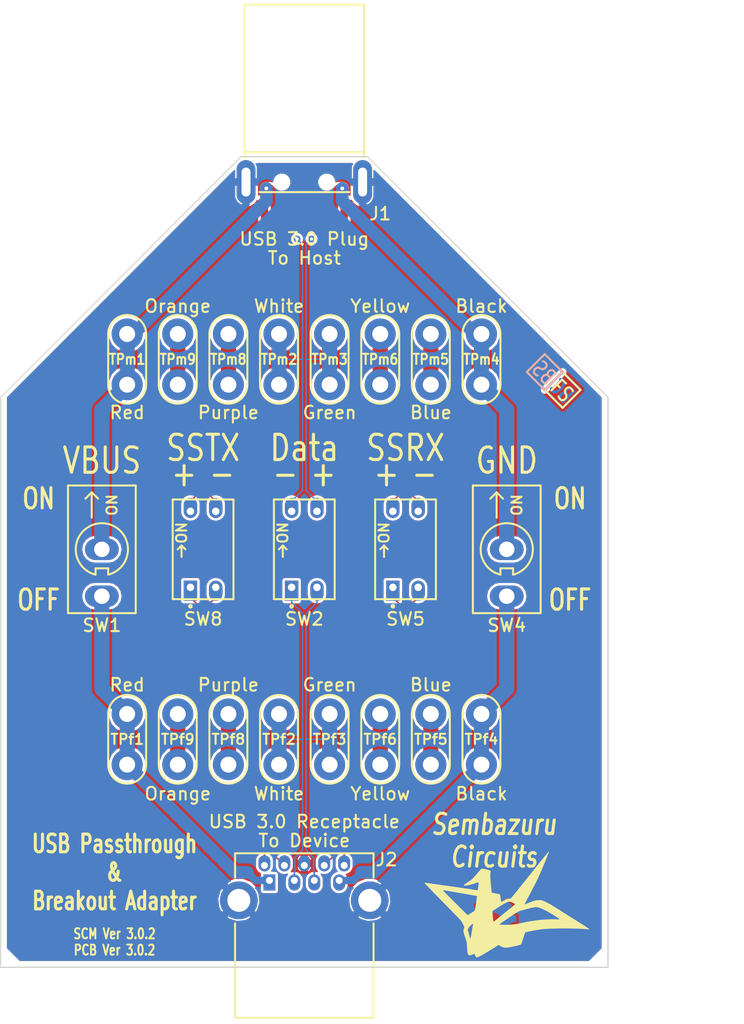
<source format=kicad_pcb>
(kicad_pcb (version 20171130) (host pcbnew "(5.0.0-rc2-dev-179-gab3780148)")
  (title_block (title "USB Cable Breakout Tester") (date 2018-03-17) (rev 3.0.2) (company "Sembazuru Circuits") (comment 1 "3.0.1 - Re-routed using new PcbNew Differential Pair routing.") (comment 2 "3.0.2 - Update for KiCAD v5 & StepUp"))
  (layers (0 Component signal) (31 Solder signal) (35 F.Paste user) (37 F.SilkS user) (38 B.Mask user) (39 F.Mask user) (44 Edge.Cuts user))
  (net 0 "")
  (net 1 /Shield)
  (net 2 /SSDrain)
  (net 3 /mVBUS)
  (net 4 /mD-)
  (net 5 /mD+)
  (net 6 /mGND)
  (net 7 /mSSRX-)
  (net 8 /mSSRX+)
  (net 9 /mSSTX-)
  (net 10 /mSSTX+)
  (net 11 /fVBUS)
  (net 12 /fD-)
  (net 13 /fD+)
  (net 14 /fGND)
  (net 15 /fSSRX-)
  (net 16 /fSSRX+)
  (net 17 /fSSTX-)
  (net 18 /fSSTX+)
  (module logos:OSHW_04mm_copper_noMask (layer Solder) (at 151.13 147.32 180)
    (fp_text reference G*** hide)
    (fp_text value LOGO hide)
    (fp_poly (pts (xy -1.34874 -1.99898) (xy -1.32588 -1.98628) (xy -1.27254 -1.95326) (xy -1.19888 -1.905) (xy -1.10998 -1.84658) (xy -1.02362 -1.78562) (xy -0.94996 -1.73736) (xy -0.89916 -1.70434) (xy -0.87884 -1.69418) (xy -0.86614 -1.69672) (xy -0.8255 -1.71704) (xy -0.76454 -1.75006) (xy -0.72898 -1.76784) (xy -0.6731 -1.7907) (xy -0.64516 -1.79578) (xy -0.64008 -1.78816) (xy -0.61976 -1.74752) (xy -0.58928 -1.67386) (xy -0.5461 -1.57734) (xy -0.49784 -1.46304) (xy -0.44704 -1.34112) (xy -0.3937 -1.2192) (xy -0.34544 -1.09982) (xy -0.30226 -0.99314) (xy -0.2667 -0.90678) (xy -0.24384 -0.84582) (xy -0.23622 -0.82042) (xy -0.23876 -0.81534) (xy -0.2667 -0.7874) (xy -0.31496 -0.75184) (xy -0.4191 -0.66548) (xy -0.52324 -0.53594) (xy -0.58674 -0.38862) (xy -0.6096 -0.22352) (xy -0.59182 -0.07366) (xy -0.53086 0.07112) (xy -0.42926 0.2032) (xy -0.3048 0.29972) (xy -0.16256 0.36322) (xy 0 0.38354) (xy 0.15494 0.36576) (xy 0.30226 0.30734) (xy 0.43434 0.20574) (xy 0.49022 0.14224) (xy 0.56642 0.01016) (xy 0.6096 -0.13208) (xy 0.61468 -0.16764) (xy 0.60706 -0.32512) (xy 0.56134 -0.47498) (xy 0.48006 -0.60706) (xy 0.36576 -0.71882) (xy 0.35052 -0.72898) (xy 0.29718 -0.76708) (xy 0.26162 -0.79502) (xy 0.23368 -0.81788) (xy 0.4318 -1.29794) (xy 0.46482 -1.37414) (xy 0.51816 -1.50368) (xy 0.56642 -1.61798) (xy 0.60706 -1.70688) (xy 0.63246 -1.76784) (xy 0.64516 -1.7907) (xy 0.64516 -1.79324) (xy 0.66294 -1.79578) (xy 0.6985 -1.78308) (xy 0.76708 -1.75006) (xy 0.81026 -1.7272) (xy 0.86106 -1.7018) (xy 0.88392 -1.69418) (xy 0.90424 -1.70434) (xy 0.9525 -1.73482) (xy 1.02362 -1.78308) (xy 1.10998 -1.8415) (xy 1.19126 -1.89738) (xy 1.26492 -1.94564) (xy 1.3208 -1.9812) (xy 1.3462 -1.99644) (xy 1.35128 -1.99644) (xy 1.37414 -1.98374) (xy 1.41732 -1.94564) (xy 1.48336 -1.88468) (xy 1.5748 -1.79324) (xy 1.59004 -1.78054) (xy 1.66624 -1.7018) (xy 1.7272 -1.6383) (xy 1.76784 -1.59258) (xy 1.78308 -1.56972) (xy 1.77038 -1.54432) (xy 1.73482 -1.49098) (xy 1.68656 -1.41478) (xy 1.6256 -1.32588) (xy 1.46558 -1.09474) (xy 1.55448 -0.8763) (xy 1.57988 -0.81026) (xy 1.61544 -0.72898) (xy 1.64084 -0.6731) (xy 1.65354 -0.6477) (xy 1.6764 -0.63754) (xy 1.73482 -0.62484) (xy 1.82118 -0.60706) (xy 1.92532 -0.58674) (xy 2.02438 -0.56896) (xy 2.11074 -0.55118) (xy 2.17678 -0.53848) (xy 2.20472 -0.5334) (xy 2.21234 -0.53086) (xy 2.21742 -0.51562) (xy 2.21996 -0.48514) (xy 2.2225 -0.4318) (xy 2.22504 -0.34798) (xy 2.22504 -0.22352) (xy 2.22504 -0.21082) (xy 2.2225 -0.09398) (xy 2.2225 0) (xy 2.21742 0.05842) (xy 2.21488 0.08382) (xy 2.18694 0.0889) (xy 2.12344 0.10414) (xy 2.03454 0.11938) (xy 1.9304 0.1397) (xy 1.92278 0.14224) (xy 1.81864 0.16256) (xy 1.72974 0.18034) (xy 1.66878 0.19558) (xy 1.64084 0.2032) (xy 1.63576 0.21082) (xy 1.61544 0.25146) (xy 1.58496 0.3175) (xy 1.5494 0.39624) (xy 1.51638 0.48006) (xy 1.4859 0.55372) (xy 1.46558 0.6096) (xy 1.4605 0.635) (xy 1.47574 0.6604) (xy 1.5113 0.71374) (xy 1.5621 0.78994) (xy 1.6256 0.87884) (xy 1.62814 0.88646) (xy 1.6891 0.97536) (xy 1.7399 1.05156) (xy 1.77038 1.1049) (xy 1.78308 1.12776) (xy 1.78308 1.1303) (xy 1.76276 1.1557) (xy 1.71704 1.2065) (xy 1.65354 1.27508) (xy 1.5748 1.35382) (xy 1.5494 1.37922) (xy 1.46304 1.46304) (xy 1.40462 1.51892) (xy 1.36652 1.54686) (xy 1.34874 1.55448) (xy 1.3208 1.5367) (xy 1.26492 1.50114) (xy 1.18872 1.4478) (xy 1.09728 1.38684) (xy 1.0922 1.3843) (xy 1.0033 1.32334) (xy 0.92964 1.27254) (xy 0.8763 1.23698) (xy 0.85344 1.22428) (xy 0.84836 1.22428) (xy 0.8128 1.23444) (xy 0.7493 1.2573) (xy 0.6731 1.28778) (xy 0.58928 1.3208) (xy 0.51562 1.35128) (xy 0.45974 1.37668) (xy 0.4318 1.39192) (xy 0.4318 1.39446) (xy 0.42164 1.42494) (xy 0.4064 1.49098) (xy 0.38862 1.58242) (xy 0.3683 1.69164) (xy 0.36322 1.70942) (xy 0.3429 1.8161) (xy 0.32766 1.90246) (xy 0.31496 1.96342) (xy 0.30734 1.98882) (xy 0.2921 1.99136) (xy 0.2413 1.99644) (xy 0.16256 1.99898) (xy 0.06604 1.99898) (xy -0.03302 1.99898) (xy -0.13208 1.99644) (xy -0.2159 1.9939) (xy -0.27432 1.98882) (xy -0.29972 1.98374) (xy -0.30226 1.98374) (xy -0.30988 1.95072) (xy -0.32512 1.88468) (xy -0.3429 1.7907) (xy -0.36576 1.68148) (xy -0.3683 1.6637) (xy -0.38862 1.55702) (xy -0.4064 1.47066) (xy -0.4191 1.4097) (xy -0.42672 1.38684) (xy -0.43434 1.38176) (xy -0.48006 1.36398) (xy -0.55118 1.3335) (xy -0.63754 1.29794) (xy -0.84074 1.21666) (xy -1.0922 1.38684) (xy -1.11506 1.40208) (xy -1.20396 1.46304) (xy -1.27762 1.51384) (xy -1.32842 1.54686) (xy -1.35128 1.55702) (xy -1.37668 1.53416) (xy -1.42748 1.48844) (xy -1.49352 1.4224) (xy -1.57226 1.34366) (xy -1.63068 1.28778) (xy -1.69926 1.21666) (xy -1.74498 1.1684) (xy -1.76784 1.13792) (xy -1.77546 1.12014) (xy -1.77292 1.10744) (xy -1.75768 1.08204) (xy -1.72212 1.0287) (xy -1.66878 0.9525) (xy -1.60782 0.8636) (xy -1.55956 0.78994) (xy -1.50368 0.70612) (xy -1.46812 0.64516) (xy -1.45796 0.61722) (xy -1.4605 0.60452) (xy -1.47828 0.55626) (xy -1.50622 0.4826) (xy -1.54432 0.3937) (xy -1.63068 0.19558) (xy -1.76022 0.17018) (xy -1.83896 0.15748) (xy -1.95072 0.13462) (xy -2.05486 0.1143) (xy -2.21996 0.08382) (xy -2.22504 -0.51816) (xy -2.19964 -0.52832) (xy -2.17424 -0.53594) (xy -2.11328 -0.54864) (xy -2.02692 -0.56642) (xy -1.92532 -0.58674) (xy -1.83896 -0.60198) (xy -1.75006 -0.61976) (xy -1.68656 -0.63246) (xy -1.65862 -0.63754) (xy -1.651 -0.6477) (xy -1.63068 -0.68834) (xy -1.59766 -0.75692) (xy -1.56464 -0.8382) (xy -1.52908 -0.92202) (xy -1.4986 -1.00076) (xy -1.47574 -1.05918) (xy -1.46812 -1.0922) (xy -1.48082 -1.11506) (xy -1.51384 -1.16586) (xy -1.5621 -1.23952) (xy -1.62052 -1.32588) (xy -1.68148 -1.41478) (xy -1.73228 -1.48844) (xy -1.7653 -1.54178) (xy -1.78054 -1.56718) (xy -1.77292 -1.58496) (xy -1.7399 -1.6256) (xy -1.67386 -1.69418) (xy -1.5748 -1.7907) (xy -1.55956 -1.80594) (xy -1.48082 -1.88214) (xy -1.41478 -1.9431) (xy -1.36906 -1.98374) (xy -1.34874 -1.99898)) (layer Solder) (width 0.00254))
  )
  (module ipc-7251TH-non-standard:SW_Jameco2135478U (layer Component) (at 152.4 110.49 270)
    (fp_text reference SW4 (at 7.62 0) (layer F.SilkS) (effects (font (size 1.27 1.27) (thickness 0.2032))))
    (fp_text value SPST hide)
    (fp_text user ON (at -4.445 -1.016 270) (layer F.SilkS) (effects (font (size 1.016 1.016) (thickness 0.2032))))
    (pad 3 thru_hole oval (at 4.7 0 270) (size 2.15 3.4) (drill 1.55) (layers *.Cu *.Mask) (net 14 /fGND))
    (pad 2 thru_hole oval (at 0 0 270) (size 2.15 3.4) (drill 1.55) (layers *.Cu *.Mask) (net 6 /mGND))
  )
  (module ipc-7251TH-non-standard:SW_Jameco2135478U (layer Component) (at 111.76 110.49 270)
    (fp_text reference SW1 (at 7.62 0) (layer F.SilkS) (effects (font (size 1.27 1.27) (thickness 0.2032))))
    (fp_text value SPST hide)
    (fp_text user ON (at -4.445 -1.016 270) (layer F.SilkS) (effects (font (size 1.016 1.016) (thickness 0.2032))))
    (pad 3 thru_hole oval (at 4.7 0 270) (size 2.15 3.4) (drill 1.55) (layers *.Cu *.Mask) (net 11 /fVBUS))
    (pad 2 thru_hole oval (at 0 0 270) (size 2.15 3.4) (drill 1.55) (layers *.Cu *.Mask) (net 3 /mVBUS))
  )
  (module ipc-7251TH-connectors:Amphenol_GSB311131HR (layer Component) (at 132.08 152.4 270)
    (fp_text reference J2 (at -10.795 -8.255) (layer F.SilkS) (effects (font (size 1.27 1.27) (thickness 0.2032))))
    (fp_text value "USB 3.0 Receptacle" (at -14.605 0) (layer F.SilkS) (effects (font (size 1.27 1.27) (thickness 0.2032))))
    (pad 0 thru_hole circle (at -6.71 6.57 270) (size 3.8 3.8) (drill 2.3) (layers *.Cu *.Mask) (net 1 /Shield) (clearance 0.127))
    (pad 0 thru_hole circle (at -6.71 -6.57 270) (size 3.8 3.8) (drill 2.3) (layers *.Cu *.Mask) (net 1 /Shield) (clearance 0.127))
    (pad 9 thru_hole oval (at -10.21 4 90) (size 1.62 1.2) (drill 0.7 (offset 0.21 0)) (layers *.Cu *.Mask) (net 18 /fSSTX+) (clearance 0.254))
    (pad 8 thru_hole oval (at -10.21 2 90) (size 1.62 1.2) (drill 0.7 (offset 0.21 0)) (layers *.Cu *.Mask) (net 17 /fSSTX-) (clearance 0.254))
    (pad 7 thru_hole oval (at -10.21 0 90) (size 1.62 1.2) (drill 0.7 (offset 0.21 0)) (layers *.Cu *.Mask) (net 2 /SSDrain) (clearance 0.254))
    (pad 6 thru_hole oval (at -10.21 -2 90) (size 1.62 1.2) (drill 0.7 (offset 0.21 0)) (layers *.Cu *.Mask) (net 16 /fSSRX+) (clearance 0.254))
    (pad 5 thru_hole oval (at -10.21 -4 90) (size 1.62 1.2) (drill 0.7 (offset 0.21 0)) (layers *.Cu *.Mask) (net 15 /fSSRX-) (clearance 0.254))
    (pad 4 thru_hole oval (at -8.71 -3.5 270) (size 1.62 1.2) (drill 0.7 (offset 0.21 0)) (layers *.Cu *.Mask) (net 14 /fGND) (clearance 0.254))
    (pad 3 thru_hole oval (at -8.71 -1 270) (size 1.62 1.2) (drill 0.7 (offset 0.21 0)) (layers *.Cu *.Mask) (net 13 /fD+) (clearance 0.254))
    (pad 2 thru_hole oval (at -8.71 1 270) (size 1.62 1.2) (drill 0.7 (offset 0.21 0)) (layers *.Cu *.Mask) (net 12 /fD-) (clearance 0.254))
    (pad 1 thru_hole rect (at -8.71 3.5 270) (size 1.62 1.2) (drill 0.7 (offset 0.21 0)) (layers *.Cu *.Mask) (net 11 /fVBUS) (clearance 0.254))
  )
  (module ipc-7251TH-connectors:Amphenol_GSB316441CEU (layer Component) (at 132.08 71.12 90)
    (fp_text reference J1 (at -5.715 7.62 180) (layer F.SilkS) (effects (font (size 1.27 1.27) (thickness 0.2032))))
    (fp_text value "USB 3.0 Plug" (at -8.255 0 180) (layer F.SilkS) (effects (font (size 1.27 1.27) (thickness 0.2032))))
    (pad 0 thru_hole oval (at -2.54 5.85 90) (size 4.4 1.9) (drill oval 2.9 0.9) (layers *.Cu *.Mask) (net 1 /Shield) (clearance 0.127))
    (pad 0 thru_hole oval (at -2.54 -5.85 90) (size 4.4 1.9) (drill oval 2.9 0.9) (layers *.Cu *.Mask) (net 1 /Shield) (clearance 0.127))
    (pad "" np_thru_hole circle (at -2.55 2.25 90) (size 1.2 1.2) (drill 1.2) (layers *.Cu *.Mask))
    (pad "" np_thru_hole circle (at -2.55 -2.25 90) (size 1.2 1.2) (drill 1.2) (layers *.Cu *.Mask))
    (pad 9 smd roundrect (at -5.39 -4 90) (size 2.78 0.74) (layers Component F.Paste F.Mask) (net 10 /mSSTX+) (clearance 0.254))
    (pad 8 smd roundrect (at -5.39 -2 90) (size 2.78 0.74) (layers Component F.Paste F.Mask) (net 9 /mSSTX-) (clearance 0.254))
    (pad 7 smd roundrect (at -5.39 0 90) (size 2.78 0.74) (layers Component F.Paste F.Mask) (net 2 /SSDrain) (clearance 0.254))
    (pad 6 smd roundrect (at -5.39 2 90) (size 2.78 0.74) (layers Component F.Paste F.Mask) (net 8 /mSSRX+) (clearance 0.254))
    (pad 5 smd roundrect (at -5.39 4 90) (size 2.78 0.74) (layers Component F.Paste F.Mask) (net 7 /mSSRX-) (clearance 0.254))
    (pad 4 smd roundrect (at -5.39 3 90) (size 2.78 0.74) (layers Component F.Paste F.Mask) (net 6 /mGND) (clearance 0.254))
    (pad 3 smd roundrect (at -5.39 1 90) (size 2.78 0.74) (layers Component F.Paste F.Mask) (net 5 /mD+) (clearance 0.254))
    (pad 2 smd roundrect (at -5.39 -1 90) (size 2.78 0.74) (layers Component F.Paste F.Mask) (net 4 /mD-) (clearance 0.254))
    (pad 1 smd rect (at -5.39 -3 90) (size 2.78 0.74) (layers Component F.Paste F.Mask) (net 3 /mVBUS) (clearance 0.254))
  )
  (module ipc-7251TH-standard:DIPSW762W57P254L608H570Q4U (layer Component) (at 130.81 114.3 90)
    (fp_text reference SW2 (at -3.175 1.27 180) (layer F.SilkS) (effects (font (size 1.27 1.27) (thickness 0.2032))))
    (fp_text value 2xSPST hide)
    (fp_text user ON (at 5.461 -0.889 90) (layer F.SilkS) (effects (font (size 1.016 1.016) (thickness 0.2032))))
    (pad 4 thru_hole oval (at 7.62 0 270) (size 2.025 1.35) (drill 0.75 (offset -0.3375 0)) (layers *.Cu *.Mask) (net 4 /mD-))
    (pad 3 thru_hole oval (at 7.62 2.54 270) (size 2.025 1.35) (drill 0.75 (offset -0.3375 0)) (layers *.Cu *.Mask) (net 5 /mD+))
    (pad 2 thru_hole oval (at 0 2.54 90) (size 2.025 1.35) (drill 0.75 (offset -0.3375 0)) (layers *.Cu *.Mask) (net 13 /fD+))
    (pad 1 thru_hole rect (at 0 0 90) (size 2.025 1.35) (drill 0.75 (offset -0.3375 0)) (layers *.Cu *.Mask) (net 12 /fD-))
  )
  (module ipc-7251TH-standard:DIPSW762W57P254L608H570Q4U (layer Component) (at 140.97 114.3 90)
    (fp_text reference SW5 (at -3.175 1.27 180) (layer F.SilkS) (effects (font (size 1.27 1.27) (thickness 0.2032))))
    (fp_text value 2xSPST hide)
    (fp_text user ON (at 5.461 -0.889 90) (layer F.SilkS) (effects (font (size 1.016 1.016) (thickness 0.2032))))
    (pad 4 thru_hole oval (at 7.62 0 270) (size 2.025 1.35) (drill 0.75 (offset -0.3375 0)) (layers *.Cu *.Mask) (net 8 /mSSRX+))
    (pad 3 thru_hole oval (at 7.62 2.54 270) (size 2.025 1.35) (drill 0.75 (offset -0.3375 0)) (layers *.Cu *.Mask) (net 7 /mSSRX-))
    (pad 2 thru_hole oval (at 0 2.54 90) (size 2.025 1.35) (drill 0.75 (offset -0.3375 0)) (layers *.Cu *.Mask) (net 15 /fSSRX-))
    (pad 1 thru_hole rect (at 0 0 90) (size 2.025 1.35) (drill 0.75 (offset -0.3375 0)) (layers *.Cu *.Mask) (net 16 /fSSRX+))
  )
  (module ipc-7251TH-standard:DIPSW762W57P254L608H570Q4U (layer Component) (at 120.65 114.3 90)
    (fp_text reference SW8 (at -3.175 1.27 180) (layer F.SilkS) (effects (font (size 1.27 1.27) (thickness 0.2032))))
    (fp_text value 2xSPST hide)
    (fp_text user ON (at 5.461 -0.889 90) (layer F.SilkS) (effects (font (size 1.016 1.016) (thickness 0.2032))))
    (pad 4 thru_hole oval (at 7.62 0 270) (size 2.025 1.35) (drill 0.75 (offset -0.3375 0)) (layers *.Cu *.Mask) (net 10 /mSSTX+))
    (pad 3 thru_hole oval (at 7.62 2.54 270) (size 2.025 1.35) (drill 0.75 (offset -0.3375 0)) (layers *.Cu *.Mask) (net 9 /mSSTX-))
    (pad 2 thru_hole oval (at 0 2.54 90) (size 2.025 1.35) (drill 0.75 (offset -0.3375 0)) (layers *.Cu *.Mask) (net 17 /fSSTX-))
    (pad 1 thru_hole rect (at 0 0 90) (size 2.025 1.35) (drill 0.75 (offset -0.3375 0)) (layers *.Cu *.Mask) (net 18 /fSSTX+))
  )
  (module Logos:crane_0.65in_silkscreen (layer Component) (at 152.4 146.05)
    (fp_text reference G*** hide)
    (fp_text value LOGO hide)
  )
  (module "Misc Unsorted New:LayerIcon02" (layer Component) (at 156.21 92.71 315)
    (fp_text reference LayerIcon02 hide)
    (fp_text value VAL** hide)
    (fp_text user FC (at 0 0.127 315) (layer Component) (effects (font (size 1.524 1.143) (thickness 0.254))))
    (fp_line (start -1.27 -1.27) (end 1.27 -1.27) (layer Component) (width 0.254))
    (fp_line (start 1.27 -1.27) (end 1.27 1.27) (layer Component) (width 0.254))
    (fp_line (start 1.27 1.27) (end -1.27 1.27) (layer Component) (width 0.254))
    (fp_line (start -1.27 1.27) (end -1.27 -1.27) (layer Component) (width 0.254))
    (fp_text user BC (at 2.54 0.127 315) (layer Solder) (effects (font (size 1.524 1.143) (thickness 0.254)) (justify mirror)))
    (fp_line (start 1.27 -1.27) (end 3.81 -1.27) (layer Solder) (width 0.254))
    (fp_line (start 3.81 -1.27) (end 3.81 1.27) (layer Solder) (width 0.254))
    (fp_line (start 3.81 1.27) (end 1.27 1.27) (layer Solder) (width 0.254))
    (fp_line (start 1.27 1.27) (end 1.27 -1.27) (layer Solder) (width 0.254))
    (fp_text user FS (at 2.54 0.127 315) (layer F.SilkS) (effects (font (size 1.524 1.143) (thickness 0.2032))))
    (fp_text user BS (at 0 0.127 315) (layer B.SilkS) (effects (font (size 1.524 1.143) (thickness 0.2032)) (justify mirror)))
  )
  (module CDE_misc:TESTPOINT (layer Component) (at 114.3 129.54 90)
    (fp_text reference TPf1 (at 0 0 180) (layer F.SilkS) (effects (font (size 1.016 1.016) (thickness 0.2032))))
    (fp_text value Red (at 5.461 0 180) (layer F.SilkS) (effects (font (size 1.27 1.27) (thickness 0.2032))))
    (pad 1 thru_hole circle (at 2.54 0 90) (size 3.1242 3.1242) (drill 1.6002) (layers *.Cu *.Mask) (net 11 /fVBUS))
    (pad 1 thru_hole circle (at -2.54 0 90) (size 3.1242 3.1242) (drill 1.6002) (layers *.Cu *.Mask) (net 11 /fVBUS))
  )
  (module CDE_misc:TESTPOINT (layer Component) (at 129.54 129.54 90)
    (fp_text reference TPf2 (at 0 0 180) (layer F.SilkS) (effects (font (size 1.016 1.016) (thickness 0.2032))))
    (fp_text value White (at -5.461 0) (layer F.SilkS) (effects (font (size 1.27 1.27) (thickness 0.2032))))
    (pad 1 thru_hole circle (at -2.54 0 90) (size 3.1242 3.1242) (drill 1.6002) (layers *.Cu *.Mask) (net 12 /fD-))
    (pad 1 thru_hole circle (at 2.54 0 90) (size 3.1242 3.1242) (drill 1.6002) (layers *.Cu *.Mask) (net 12 /fD-))
  )
  (module CDE_misc:TESTPOINT (layer Component) (at 134.62 129.54 90)
    (fp_text reference TPf3 (at 0 0 180) (layer F.SilkS) (effects (font (size 1.016 1.016) (thickness 0.2032))))
    (fp_text value Green (at 5.461 0 180) (layer F.SilkS) (effects (font (size 1.27 1.27) (thickness 0.2032))))
    (pad 1 thru_hole circle (at 2.54 0 90) (size 3.1242 3.1242) (drill 1.6002) (layers *.Cu *.Mask) (net 13 /fD+))
    (pad 1 thru_hole circle (at -2.54 0 90) (size 3.1242 3.1242) (drill 1.6002) (layers *.Cu *.Mask) (net 13 /fD+))
  )
  (module CDE_misc:TESTPOINT (layer Component) (at 149.86 129.54 90)
    (fp_text reference TPf4 (at 0 0 180) (layer F.SilkS) (effects (font (size 1.016 1.016) (thickness 0.2032))))
    (fp_text value Black (at -5.461 0 180) (layer F.SilkS) (effects (font (size 1.27 1.27) (thickness 0.2032))))
    (pad 1 thru_hole circle (at -2.54 0 90) (size 3.1242 3.1242) (drill 1.6002) (layers *.Cu *.Mask) (net 14 /fGND))
    (pad 1 thru_hole circle (at 2.54 0 90) (size 3.1242 3.1242) (drill 1.6002) (layers *.Cu *.Mask) (net 14 /fGND))
  )
  (module CDE_misc:TESTPOINT (layer Component) (at 144.78 129.54 90)
    (fp_text reference TPf5 (at 0 0 180) (layer F.SilkS) (effects (font (size 1.016 1.016) (thickness 0.2032))))
    (fp_text value Blue (at 5.461 0 180) (layer F.SilkS) (effects (font (size 1.27 1.27) (thickness 0.2032))))
    (pad 1 thru_hole circle (at 2.54 0 90) (size 3.1242 3.1242) (drill 1.6002) (layers *.Cu *.Mask) (net 15 /fSSRX-))
    (pad 1 thru_hole circle (at -2.54 0 90) (size 3.1242 3.1242) (drill 1.6002) (layers *.Cu *.Mask) (net 15 /fSSRX-))
  )
  (module CDE_misc:TESTPOINT (layer Component) (at 139.7 129.54 90)
    (fp_text reference TPf6 (at 0 0 180) (layer F.SilkS) (effects (font (size 1.016 1.016) (thickness 0.2032))))
    (fp_text value Yellow (at -5.461 0 180) (layer F.SilkS) (effects (font (size 1.27 1.27) (thickness 0.2032))))
    (pad 1 thru_hole circle (at -2.54 0 90) (size 3.1242 3.1242) (drill 1.6002) (layers *.Cu *.Mask) (net 16 /fSSRX+))
    (pad 1 thru_hole circle (at 2.54 0 90) (size 3.1242 3.1242) (drill 1.6002) (layers *.Cu *.Mask) (net 16 /fSSRX+))
  )
  (module CDE_misc:TESTPOINT (layer Component) (at 124.46 129.54 90)
    (fp_text reference TPf8 (at 0 0 180) (layer F.SilkS) (effects (font (size 1.016 1.016) (thickness 0.2032))))
    (fp_text value Purple (at 5.461 0 180) (layer F.SilkS) (effects (font (size 1.27 1.27) (thickness 0.2032))))
    (pad 1 thru_hole circle (at 2.54 0 90) (size 3.1242 3.1242) (drill 1.6002) (layers *.Cu *.Mask) (net 17 /fSSTX-))
    (pad 1 thru_hole circle (at -2.54 0 90) (size 3.1242 3.1242) (drill 1.6002) (layers *.Cu *.Mask) (net 17 /fSSTX-))
  )
  (module CDE_misc:TESTPOINT (layer Component) (at 119.38 129.54 90)
    (fp_text reference TPf9 (at 0 0 180) (layer F.SilkS) (effects (font (size 1.016 1.016) (thickness 0.2032))))
    (fp_text value Orange (at -5.461 0 180) (layer F.SilkS) (effects (font (size 1.27 1.27) (thickness 0.2032))))
    (pad 1 thru_hole circle (at -2.54 0 90) (size 3.1242 3.1242) (drill 1.6002) (layers *.Cu *.Mask) (net 18 /fSSTX+))
    (pad 1 thru_hole circle (at 2.54 0 90) (size 3.1242 3.1242) (drill 1.6002) (layers *.Cu *.Mask) (net 18 /fSSTX+))
  )
  (module CDE_misc:TESTPOINT (layer Component) (at 114.3 91.44 90)
    (fp_text reference TPm1 (at 0 0 180) (layer F.SilkS) (effects (font (size 1.016 0.889) (thickness 0.2032))))
    (fp_text value Red (at -5.334 0 180) (layer F.SilkS) (effects (font (size 1.27 1.27) (thickness 0.2032))))
    (pad 1 thru_hole circle (at 2.54 0 90) (size 3.1242 3.1242) (drill 1.6002) (layers *.Cu *.Mask) (net 3 /mVBUS))
    (pad 1 thru_hole circle (at -2.54 0 90) (size 3.1242 3.1242) (drill 1.6002) (layers *.Cu *.Mask) (net 3 /mVBUS))
  )
  (module CDE_misc:TESTPOINT (layer Component) (at 129.54 91.44 90)
    (fp_text reference TPm2 (at 0 0 180) (layer F.SilkS) (effects (font (size 1.016 0.889) (thickness 0.2032))))
    (fp_text value White (at 5.334 0) (layer F.SilkS) (effects (font (size 1.27 1.27) (thickness 0.2032))))
    (pad 1 thru_hole circle (at 2.54 0 90) (size 3.1242 3.1242) (drill 1.6002) (layers *.Cu *.Mask) (net 4 /mD-))
    (pad 1 thru_hole circle (at -2.54 0 90) (size 3.1242 3.1242) (drill 1.6002) (layers *.Cu *.Mask) (net 4 /mD-))
  )
  (module CDE_misc:TESTPOINT (layer Component) (at 134.62 91.44 90)
    (fp_text reference TPm3 (at 0 0 180) (layer F.SilkS) (effects (font (size 1.016 0.889) (thickness 0.2032))))
    (fp_text value Green (at -5.334 0 180) (layer F.SilkS) (effects (font (size 1.27 1.27) (thickness 0.2032))))
    (pad 1 thru_hole circle (at -2.54 0 90) (size 3.1242 3.1242) (drill 1.6002) (layers *.Cu *.Mask) (net 5 /mD+))
    (pad 1 thru_hole circle (at 2.54 0 90) (size 3.1242 3.1242) (drill 1.6002) (layers *.Cu *.Mask) (net 5 /mD+))
  )
  (module CDE_misc:TESTPOINT (layer Component) (at 149.86 91.44 90)
    (fp_text reference TPm4 (at 0 0 180) (layer F.SilkS) (effects (font (size 1.016 0.889) (thickness 0.2032))))
    (fp_text value Black (at 5.334 0 180) (layer F.SilkS) (effects (font (size 1.27 1.27) (thickness 0.2032))))
    (pad 1 thru_hole circle (at 2.54 0 90) (size 3.1242 3.1242) (drill 1.6002) (layers *.Cu *.Mask) (net 6 /mGND))
    (pad 1 thru_hole circle (at -2.54 0 90) (size 3.1242 3.1242) (drill 1.6002) (layers *.Cu *.Mask) (net 6 /mGND))
  )
  (module CDE_misc:TESTPOINT (layer Component) (at 144.78 91.44 90)
    (fp_text reference TPm5 (at 0 0 180) (layer F.SilkS) (effects (font (size 1.016 0.889) (thickness 0.2032))))
    (fp_text value Blue (at -5.334 0 180) (layer F.SilkS) (effects (font (size 1.27 1.27) (thickness 0.2032))))
    (pad 1 thru_hole circle (at 2.54 0 90) (size 3.1242 3.1242) (drill 1.6002) (layers *.Cu *.Mask) (net 7 /mSSRX-))
    (pad 1 thru_hole circle (at -2.54 0 90) (size 3.1242 3.1242) (drill 1.6002) (layers *.Cu *.Mask) (net 7 /mSSRX-))
  )
  (module CDE_misc:TESTPOINT (layer Component) (at 139.7 91.44 90)
    (fp_text reference TPm6 (at 0 0 180) (layer F.SilkS) (effects (font (size 1.016 0.889) (thickness 0.2032))))
    (fp_text value Yellow (at 5.334 0 180) (layer F.SilkS) (effects (font (size 1.27 1.27) (thickness 0.2032))))
    (pad 1 thru_hole circle (at -2.54 0 90) (size 3.1242 3.1242) (drill 1.6002) (layers *.Cu *.Mask) (net 8 /mSSRX+))
    (pad 1 thru_hole circle (at 2.54 0 90) (size 3.1242 3.1242) (drill 1.6002) (layers *.Cu *.Mask) (net 8 /mSSRX+))
  )
  (module CDE_misc:TESTPOINT (layer Component) (at 124.46 91.44 90)
    (fp_text reference TPm8 (at 0 0 180) (layer F.SilkS) (effects (font (size 1.016 0.889) (thickness 0.2032))))
    (fp_text value Purple (at -5.334 0 180) (layer F.SilkS) (effects (font (size 1.27 1.27) (thickness 0.2032))))
    (pad 1 thru_hole circle (at -2.54 0 90) (size 3.1242 3.1242) (drill 1.6002) (layers *.Cu *.Mask) (net 9 /mSSTX-))
    (pad 1 thru_hole circle (at 2.54 0 90) (size 3.1242 3.1242) (drill 1.6002) (layers *.Cu *.Mask) (net 9 /mSSTX-))
  )
  (module CDE_misc:TESTPOINT (layer Component) (at 119.38 91.44 90)
    (fp_text reference TPm9 (at 0 0 180) (layer F.SilkS) (effects (font (size 1.016 0.889) (thickness 0.2032))))
    (fp_text value Orange (at 5.334 0 180) (layer F.SilkS) (effects (font (size 1.27 1.27) (thickness 0.2032))))
    (pad 1 thru_hole circle (at -2.54 0 90) (size 3.1242 3.1242) (drill 1.6002) (layers *.Cu *.Mask) (net 10 /mSSTX+))
    (pad 1 thru_hole circle (at 2.54 0 90) (size 3.1242 3.1242) (drill 1.6002) (layers *.Cu *.Mask) (net 10 /mSSTX+))
  )
  (gr_text "To Host" (at 132.08 81.28) (layer F.SilkS) (effects (font (size 1.27 1.27) (thickness 0.2032))))
  (gr_text "To Device" (at 132.08 139.7) (layer F.SilkS) (effects (font (size 1.27 1.27) (thickness 0.2032))))
  (gr_line (start 101.6 152.4) (end 101.6 95.25) (angle 90) (layer Edge.Cuts) (width 0.127))
  (gr_line (start 162.56 152.4) (end 162.56 95.25) (angle 90) (layer Edge.Cuts) (width 0.127))
  (gr_text VBUS (at 111.76 101.6) (layer F.SilkS) (effects (font (size 2.54 2.032) (thickness 0.3048))))
  (gr_text Data (at 132.08 100.33) (layer F.SilkS) (effects (font (size 2.54 2.032) (thickness 0.3048))))
  (gr_text SSRX (at 142.24 100.33) (layer F.SilkS) (effects (font (size 2.54 2.032) (thickness 0.3048))))
  (gr_text GND (at 152.4 101.6) (layer F.SilkS) (effects (font (size 2.54 2.032) (thickness 0.3048))))
  (gr_text SSTX (at 121.92 100.33) (layer F.SilkS) (effects (font (size 2.54 2.032) (thickness 0.3048))))
  (gr_text + (at 120.015 102.87) (layer F.SilkS) (effects (font (size 2.54 2.032) (thickness 0.3048))))
  (gr_text - (at 123.825 102.87) (layer F.SilkS) (effects (font (size 2.54 2.032) (thickness 0.3048))))
  (gr_text - (at 130.175 102.87) (layer F.SilkS) (effects (font (size 2.54 2.032) (thickness 0.3048))))
  (gr_text - (at 144.145 102.87) (layer F.SilkS) (effects (font (size 2.54 2.032) (thickness 0.3048))))
  (gr_text + (at 133.985 102.87) (layer F.SilkS) (effects (font (size 2.54 2.032) (thickness 0.3048))))
  (gr_text + (at 140.335 102.87) (layer F.SilkS) (effects (font (size 2.54 2.032) (thickness 0.3048))))
  (gr_line (start 125.73 71.12) (end 138.43 71.12) (angle 90) (layer Edge.Cuts) (width 0.127))
  (gr_line (start 138.43 71.12) (end 162.56 95.25) (angle 90) (layer Edge.Cuts) (width 0.127))
  (gr_line (start 125.73 71.12) (end 101.6 95.25) (angle 90) (layer Edge.Cuts) (width 0.127))
  (gr_text "SCM Ver 3.0.2\nPCB Ver 3.0.2" (at 113.03 149.86) (layer F.SilkS) (effects (font (size 1.016 0.762) (thickness 0.1905))))
  (gr_text OFF (at 105.41 115.57) (layer F.SilkS) (effects (font (size 2.032 1.524) (thickness 0.3048))))
  (gr_text OFF (at 158.75 115.57) (layer F.SilkS) (effects (font (size 2.032 1.524) (thickness 0.3048))))
  (gr_text ON (at 105.41 105.41) (layer F.SilkS) (effects (font (size 2.032 1.524) (thickness 0.3048))))
  (gr_text ON (at 158.75 105.41) (layer F.SilkS) (effects (font (size 2.032 1.524) (thickness 0.3048))))
  (gr_text "USB Passthrough\n&\nBreakout Adapter" (at 113.03 142.875) (layer F.SilkS) (effects (font (size 1.778 1.27) (thickness 0.3048))))
  (gr_text "Sembazuru\nCircuits" (at 151.13 139.7) (layer F.SilkS) (effects (font (size 2.032 1.524) (thickness 0.3048) italic)))
  (gr_line (start 162.56 152.4) (end 101.6 152.4) (angle 90) (layer Edge.Cuts) (width 0.127))
  (segment (start 129.08 74.724) (end 128.651 74.295) (width 0.762) (layer Component) (net 3))
  (segment (start 129.08 75.105) (end 129.08 74.724) (width 0.762) (layer Component) (net 3))
  (segment (start 128.651 74.295) (end 128.27 74.295) (width 0.762) (layer Component) (net 3))
  (segment (start 111.76 110.49) (end 111.76 96.52) (width 1.524) (layer Solder) (net 3))
  (segment (start 111.76 96.52) (end 114.3 93.98) (width 1.524) (layer Solder) (net 3))
  (segment (start 114.3 88.9) (end 114.3 93.98) (width 1.524) (layer Solder) (net 3))
  (segment (start 114.935 88.9) (end 114.3 88.9) (width 1.524) (layer Solder) (net 3))
  (via (at 128.27 74.295) (size 0.7874) (drill 0.381) (layers Component Solder) (net 3))
  (segment (start 128.27 74.295) (end 128.27 75.565) (width 1.27) (layer Solder) (net 3))
  (segment (start 128.27 75.565) (end 114.935 88.9) (width 1.27) (layer Solder) (net 3))
  (segment (start 129.08 76.51) (end 129.08 75.105) (width 0.381) (layer Component) (net 3))
  (segment (start 129.54 91.44) (end 129.54 93.98) (width 1.524) (layer Solder) (net 4))
  (segment (start 129.54 88.9) (end 129.54 91.44) (width 1.524) (layer Solder) (net 4))
  (segment (start 131.9022 104.5753) (end 131.9022 91.44) (width 0.1524) (layer Solder) (net 4))
  (segment (start 131.9022 91.44) (end 131.9022 79.9211) (width 0.1524) (layer Solder) (net 4))
  (segment (start 129.54 91.44) (end 131.9022 91.44) (width 0.1524) (layer Solder) (net 4))
  (segment (start 131.08 76.51) (end 131.08 79.0989) (width 0.1524) (layer Component) (net 4))
  (segment (start 131.08 79.0989) (end 131.3561 79.375) (width 0.1524) (layer Component) (net 4))
  (segment (start 131.9022 79.9211) (end 131.3561 79.375) (width 0.1524) (layer Solder) (net 4))
  (segment (start 130.81 105.6675) (end 131.9022 104.5753) (width 0.1524) (layer Solder) (net 4))
  (segment (start 130.81 106.68) (end 130.81 105.6675) (width 0.1524) (layer Solder) (net 4))
  (via (at 131.3561 79.375) (size 0.6858) (drill 0.3302) (layers Component Solder) (net 4))
  (segment (start 134.62 91.44) (end 134.62 93.98) (width 1.524) (layer Solder) (net 5))
  (segment (start 134.62 88.9) (end 134.62 91.44) (width 1.524) (layer Solder) (net 5))
  (segment (start 132.2578 104.5753) (end 132.2578 91.44) (width 0.1524) (layer Solder) (net 5))
  (segment (start 132.2578 91.44) (end 132.2578 79.9211) (width 0.1524) (layer Solder) (net 5))
  (segment (start 134.62 91.44) (end 132.2578 91.44) (width 0.1524) (layer Solder) (net 5))
  (segment (start 133.08 76.51) (end 133.08 79.0989) (width 0.1524) (layer Component) (net 5))
  (segment (start 133.08 79.0989) (end 132.8039 79.375) (width 0.1524) (layer Component) (net 5))
  (segment (start 132.2578 79.9211) (end 132.8039 79.375) (width 0.1524) (layer Solder) (net 5))
  (via (at 132.8039 79.375) (size 0.6858) (drill 0.3302) (layers Component Solder) (net 5))
  (segment (start 133.35 106.68) (end 133.35 105.6675) (width 0.1524) (layer Solder) (net 5))
  (segment (start 133.35 105.6675) (end 132.2578 104.5753) (width 0.1524) (layer Solder) (net 5))
  (segment (start 135.08 74.724) (end 135.509 74.295) (width 0.762) (layer Component) (net 6))
  (segment (start 135.08 75.105) (end 135.08 74.724) (width 0.762) (layer Component) (net 6))
  (segment (start 135.509 74.295) (end 135.89 74.295) (width 0.762) (layer Component) (net 6))
  (segment (start 152.4 110.49) (end 152.4 96.52) (width 1.524) (layer Solder) (net 6))
  (segment (start 152.4 96.52) (end 149.86 93.98) (width 1.524) (layer Solder) (net 6))
  (segment (start 149.86 88.9) (end 149.86 93.98) (width 1.524) (layer Solder) (net 6))
  (segment (start 149.225 88.9) (end 149.86 88.9) (width 1.524) (layer Solder) (net 6))
  (via (at 135.89 74.295) (size 0.7874) (drill 0.381) (layers Component Solder) (net 6))
  (segment (start 135.89 74.295) (end 135.89 75.565) (width 1.27) (layer Solder) (net 6))
  (segment (start 135.89 75.565) (end 149.225 88.9) (width 1.27) (layer Solder) (net 6))
  (segment (start 135.08 76.51) (end 135.08 75.105) (width 0.381) (layer Component) (net 6))
  (segment (start 144.78 91.44) (end 144.78 93.98) (width 1.524) (layer Component) (net 7))
  (segment (start 144.78 88.9) (end 144.78 91.44) (width 1.524) (layer Component) (net 7))
  (segment (start 142.4178 86.921352) (end 142.4178 91.44) (width 0.1524) (layer Component) (net 7))
  (segment (start 135.2578 79.761352) (end 142.4178 86.921352) (width 0.1524) (layer Component) (net 7))
  (segment (start 135.2578 78.45082) (end 135.2578 79.761352) (width 0.1524) (layer Component) (net 7))
  (segment (start 135.78021 77.92841) (end 135.2578 78.45082) (width 0.1524) (layer Component) (net 7))
  (segment (start 136.08 76.51) (end 135.78021 76.80979) (width 0.1524) (layer Component) (net 7))
  (segment (start 135.78021 76.80979) (end 135.78021 77.92841) (width 0.1524) (layer Component) (net 7))
  (segment (start 142.4178 91.44) (end 142.4178 104.5753) (width 0.1524) (layer Component) (net 7))
  (segment (start 143.51 105.6675) (end 143.51 106.68) (width 0.1524) (layer Component) (net 7))
  (segment (start 142.4178 104.5753) (end 143.51 105.6675) (width 0.1524) (layer Component) (net 7))
  (segment (start 144.78 91.44) (end 142.4178 91.44) (width 0.1524) (layer Component) (net 7))
  (segment (start 139.7 91.44) (end 139.7 93.98) (width 1.524) (layer Component) (net 8))
  (segment (start 139.7 88.9) (end 139.7 91.44) (width 1.524) (layer Component) (net 8))
  (segment (start 142.0622 87.068648) (end 142.0622 91.44) (width 0.1524) (layer Component) (net 8))
  (segment (start 142.0622 91.44) (end 142.0622 104.5753) (width 0.1524) (layer Component) (net 8))
  (segment (start 139.7 91.44) (end 142.0622 91.44) (width 0.1524) (layer Component) (net 8))
  (segment (start 134.9022 79.908648) (end 142.0622 87.068648) (width 0.1524) (layer Component) (net 8))
  (segment (start 140.97 105.6675) (end 140.97 106.68) (width 0.1524) (layer Component) (net 8))
  (segment (start 142.0622 104.5753) (end 140.97 105.6675) (width 0.1524) (layer Component) (net 8))
  (segment (start 134.37979 76.80979) (end 134.37979 77.92841) (width 0.1524) (layer Component) (net 8))
  (segment (start 134.08 76.51) (end 134.37979 76.80979) (width 0.1524) (layer Component) (net 8))
  (segment (start 134.37979 77.92841) (end 134.9022 78.45082) (width 0.1524) (layer Component) (net 8))
  (segment (start 134.9022 78.45082) (end 134.9022 79.908648) (width 0.1524) (layer Component) (net 8))
  (segment (start 124.46 91.44) (end 124.46 93.98) (width 1.524) (layer Component) (net 9))
  (segment (start 124.46 88.9) (end 124.46 91.44) (width 1.524) (layer Component) (net 9))
  (segment (start 122.0978 86.941648) (end 122.0978 91.44) (width 0.1524) (layer Component) (net 9))
  (segment (start 122.0978 91.44) (end 122.0978 104.5753) (width 0.1524) (layer Component) (net 9))
  (segment (start 124.46 91.44) (end 122.0978 91.44) (width 0.1524) (layer Component) (net 9))
  (segment (start 122.0978 104.5753) (end 123.19 105.6675) (width 0.1524) (layer Component) (net 9))
  (segment (start 123.19 105.6675) (end 123.19 106.68) (width 0.1524) (layer Component) (net 9))
  (segment (start 129.2578 79.781648) (end 122.0978 86.941648) (width 0.1524) (layer Component) (net 9))
  (segment (start 129.2578 78.686562) (end 129.2578 79.781648) (width 0.1524) (layer Component) (net 9))
  (segment (start 129.780201 78.164161) (end 129.2578 78.686562) (width 0.1524) (layer Component) (net 9))
  (segment (start 130.08 76.51) (end 129.780201 76.809799) (width 0.1524) (layer Component) (net 9))
  (segment (start 129.780201 76.809799) (end 129.780201 78.164161) (width 0.1524) (layer Component) (net 9))
  (segment (start 119.38 91.44) (end 119.38 93.98) (width 1.524) (layer Component) (net 10))
  (segment (start 119.38 88.9) (end 119.38 91.44) (width 1.524) (layer Component) (net 10))
  (segment (start 121.7422 86.794352) (end 121.7422 91.44) (width 0.1524) (layer Component) (net 10))
  (segment (start 121.7422 91.44) (end 121.7422 104.5753) (width 0.1524) (layer Component) (net 10))
  (segment (start 119.38 91.44) (end 121.7422 91.44) (width 0.1524) (layer Component) (net 10))
  (segment (start 121.7422 104.5753) (end 120.65 105.6675) (width 0.1524) (layer Component) (net 10))
  (segment (start 120.65 105.6675) (end 120.65 106.68) (width 0.1524) (layer Component) (net 10))
  (segment (start 128.9022 79.634352) (end 121.7422 86.794352) (width 0.1524) (layer Component) (net 10))
  (segment (start 128.379799 76.809799) (end 128.379799 78.164161) (width 0.1524) (layer Component) (net 10))
  (segment (start 128.08 76.51) (end 128.379799 76.809799) (width 0.1524) (layer Component) (net 10))
  (segment (start 128.379799 78.164161) (end 128.9022 78.686562) (width 0.1524) (layer Component) (net 10))
  (segment (start 128.9022 78.686562) (end 128.9022 79.634352) (width 0.1524) (layer Component) (net 10))
  (segment (start 114.3 127) (end 111.76 124.46) (width 1.524) (layer Solder) (net 11))
  (segment (start 111.76 124.46) (end 111.76 115.189) (width 1.524) (layer Solder) (net 11))
  (segment (start 114.3 127) (end 114.3 132.08) (width 1.524) (layer Solder) (net 11))
  (segment (start 125.095 142.875) (end 126.365 142.875) (width 1.27) (layer Solder) (net 11))
  (segment (start 126.365 142.875) (end 127.18 143.69) (width 0.762) (layer Solder) (net 11))
  (segment (start 127.18 143.69) (end 128.58 143.69) (width 0.762) (layer Solder) (net 11))
  (segment (start 114.3 132.08) (end 125.095 142.875) (width 1.27) (layer Solder) (net 11))
  (segment (start 129.54 129.54) (end 129.54 127) (width 1.524) (layer Solder) (net 12))
  (segment (start 129.54 132.08) (end 129.54 129.54) (width 1.524) (layer Solder) (net 12))
  (segment (start 131.9022 116.910951) (end 131.9022 129.54) (width 0.1524) (layer Solder) (net 12))
  (segment (start 131.9022 129.54) (end 131.9022 140.632285) (width 0.1524) (layer Solder) (net 12))
  (segment (start 129.54 129.54) (end 131.9022 129.54) (width 0.1524) (layer Solder) (net 12))
  (segment (start 131.14979 142.81021) (end 131.08 142.88) (width 0.1524) (layer Solder) (net 12))
  (segment (start 131.14979 141.384695) (end 131.14979 142.81021) (width 0.1524) (layer Solder) (net 12))
  (segment (start 131.9022 140.632285) (end 131.14979 141.384695) (width 0.1524) (layer Solder) (net 12))
  (segment (start 130.81 114.3) (end 130.81 115.818751) (width 0.1524) (layer Solder) (net 12))
  (segment (start 130.81 115.818751) (end 131.9022 116.910951) (width 0.1524) (layer Solder) (net 12))
  (segment (start 131.08 142.88) (end 131.08 143.69) (width 0.1524) (layer Solder) (net 12))
  (segment (start 134.62 129.54) (end 134.62 132.08) (width 1.524) (layer Solder) (net 13))
  (segment (start 134.62 127) (end 134.62 129.54) (width 1.524) (layer Solder) (net 13))
  (segment (start 132.2578 116.910951) (end 132.2578 129.54) (width 0.1524) (layer Solder) (net 13))
  (segment (start 132.2578 129.54) (end 132.2578 140.632285) (width 0.1524) (layer Solder) (net 13))
  (segment (start 134.62 129.54) (end 132.2578 129.54) (width 0.1524) (layer Solder) (net 13))
  (segment (start 133.08 142.88) (end 133.08 143.69) (width 0.1524) (layer Solder) (net 13))
  (segment (start 133.35 115.818751) (end 132.2578 116.910951) (width 0.1524) (layer Solder) (net 13))
  (segment (start 133.35 114.3) (end 133.35 115.818751) (width 0.1524) (layer Solder) (net 13))
  (segment (start 132.2578 140.632285) (end 133.01021 141.384695) (width 0.1524) (layer Solder) (net 13))
  (segment (start 133.01021 141.384695) (end 133.01021 142.81021) (width 0.1524) (layer Solder) (net 13))
  (segment (start 133.01021 142.81021) (end 133.08 142.88) (width 0.1524) (layer Solder) (net 13))
  (segment (start 152.4 115.189) (end 152.4 124.46) (width 1.524) (layer Solder) (net 14))
  (segment (start 152.4 124.46) (end 149.86 127) (width 1.524) (layer Solder) (net 14))
  (segment (start 149.86 127) (end 149.86 132.08) (width 1.524) (layer Solder) (net 14))
  (segment (start 139.065 142.875) (end 137.795 142.875) (width 1.27) (layer Solder) (net 14))
  (segment (start 137.795 142.875) (end 136.98 143.69) (width 0.762) (layer Solder) (net 14))
  (segment (start 136.98 143.69) (end 135.58 143.69) (width 0.762) (layer Solder) (net 14))
  (segment (start 149.86 132.08) (end 139.065 142.875) (width 1.27) (layer Solder) (net 14))
  (segment (start 144.78 129.54) (end 144.78 132.08) (width 1.524) (layer Component) (net 15))
  (segment (start 144.78 127) (end 144.78 129.54) (width 1.524) (layer Component) (net 15))
  (segment (start 142.4178 134.355095) (end 142.4178 129.54) (width 0.1524) (layer Component) (net 15))
  (segment (start 142.4178 129.54) (end 142.4178 116.4047) (width 0.1524) (layer Component) (net 15))
  (segment (start 144.78 129.54) (end 142.4178 129.54) (width 0.1524) (layer Component) (net 15))
  (segment (start 142.4178 116.4047) (end 143.51 115.3125) (width 0.1524) (layer Component) (net 15))
  (segment (start 137.392488 139.380407) (end 142.4178 134.355095) (width 0.1524) (layer Component) (net 15))
  (segment (start 137.286423 139.486471) (end 137.392488 139.380407) (width 0.1524) (layer Component) (net 15))
  (segment (start 137.244537 139.538992) (end 137.286423 139.486471) (width 0.1524) (layer Component) (net 15))
  (segment (start 137.215389 139.599518) (end 137.244537 139.538992) (width 0.1524) (layer Component) (net 15))
  (segment (start 137.20044 139.665013) (end 137.215389 139.599518) (width 0.1524) (layer Component) (net 15))
  (segment (start 137.20044 139.732191) (end 137.20044 139.665013) (width 0.1524) (layer Component) (net 15))
  (segment (start 137.286422 139.910734) (end 137.244537 139.858212) (width 0.1524) (layer Component) (net 15))
  (segment (start 137.286472 139.910784) (end 137.286422 139.910734) (width 0.1524) (layer Component) (net 15))
  (segment (start 137.357504 140.023833) (end 137.328357 139.963307) (width 0.1524) (layer Component) (net 15))
  (segment (start 137.357504 140.222) (end 137.372453 140.156506) (width 0.1524) (layer Component) (net 15))
  (segment (start 137.328357 140.282526) (end 137.357504 140.222) (width 0.1524) (layer Component) (net 15))
  (segment (start 137.23395 140.376934) (end 137.286472 140.335049) (width 0.1524) (layer Component) (net 15))
  (segment (start 136.616437 140.249018) (end 136.683616 140.249018) (width 0.1524) (layer Component) (net 15))
  (segment (start 137.215389 139.797686) (end 137.20044 139.732191) (width 0.1524) (layer Component) (net 15))
  (segment (start 136.550943 140.263967) (end 136.616437 140.249018) (width 0.1524) (layer Component) (net 15))
  (segment (start 136.437895 140.335) (end 136.490417 140.293114) (width 0.1524) (layer Component) (net 15))
  (segment (start 137.244537 139.858212) (end 137.215389 139.797686) (width 0.1524) (layer Component) (net 15))
  (segment (start 136.490417 140.293114) (end 136.550943 140.263967) (width 0.1524) (layer Component) (net 15))
  (segment (start 136.08 140.692895) (end 136.437895 140.335) (width 0.1524) (layer Component) (net 15))
  (segment (start 137.173424 140.406082) (end 137.23395 140.376934) (width 0.1524) (layer Component) (net 15))
  (segment (start 137.328357 139.963307) (end 137.286472 139.910784) (width 0.1524) (layer Component) (net 15))
  (segment (start 136.683616 140.249018) (end 136.74911 140.263967) (width 0.1524) (layer Component) (net 15))
  (segment (start 136.74911 140.263967) (end 136.809636 140.293114) (width 0.1524) (layer Component) (net 15))
  (segment (start 136.809636 140.293114) (end 136.862159 140.335) (width 0.1524) (layer Component) (net 15))
  (segment (start 136.862159 140.335) (end 136.862208 140.335049) (width 0.1524) (layer Component) (net 15))
  (segment (start 136.862208 140.335049) (end 136.91473 140.376934) (width 0.1524) (layer Component) (net 15))
  (segment (start 137.286472 140.335049) (end 137.328357 140.282526) (width 0.1524) (layer Component) (net 15))
  (segment (start 136.91473 140.376934) (end 136.975256 140.406082) (width 0.1524) (layer Component) (net 15))
  (segment (start 137.372453 140.089327) (end 137.357504 140.023833) (width 0.1524) (layer Component) (net 15))
  (segment (start 136.975256 140.406082) (end 137.040751 140.421031) (width 0.1524) (layer Component) (net 15))
  (segment (start 136.08 142.19) (end 136.08 140.692895) (width 0.1524) (layer Component) (net 15))
  (segment (start 137.040751 140.421031) (end 137.107929 140.421031) (width 0.1524) (layer Component) (net 15))
  (segment (start 137.372453 140.156506) (end 137.372453 140.089327) (width 0.1524) (layer Component) (net 15))
  (segment (start 137.107929 140.421031) (end 137.173424 140.406082) (width 0.1524) (layer Component) (net 15))
  (segment (start 143.51 115.3125) (end 143.51 114.3) (width 0.1524) (layer Component) (net 15))
  (segment (start 139.7 129.54) (end 139.7 132.08) (width 1.524) (layer Component) (net 16))
  (segment (start 139.7 127) (end 139.7 129.54) (width 1.524) (layer Component) (net 16))
  (segment (start 142.0622 116.4047) (end 142.0622 129.54) (width 0.1524) (layer Component) (net 16))
  (segment (start 142.0622 129.54) (end 142.0622 134.2078) (width 0.1524) (layer Component) (net 16))
  (segment (start 139.7 129.54) (end 142.0622 129.54) (width 0.1524) (layer Component) (net 16))
  (segment (start 140.97 114.3) (end 140.97 115.3125) (width 0.1524) (layer Component) (net 16))
  (segment (start 140.97 115.3125) (end 142.0622 116.4047) (width 0.1524) (layer Component) (net 16))
  (segment (start 142.0622 134.2078) (end 135.828553 140.441447) (width 0.1524) (layer Component) (net 16))
  (segment (start 135.828553 140.441447) (end 134.08 142.19) (width 0.1524) (layer Component) (net 16))
  (segment (start 124.46 129.54) (end 124.46 132.08) (width 1.524) (layer Component) (net 17))
  (segment (start 124.46 127) (end 124.46 129.54) (width 1.524) (layer Component) (net 17))
  (segment (start 122.0978 116.4047) (end 122.0978 129.54) (width 0.1524) (layer Component) (net 17))
  (segment (start 122.0978 129.54) (end 122.0978 134.2078) (width 0.1524) (layer Component) (net 17))
  (segment (start 124.46 129.54) (end 122.0978 129.54) (width 0.1524) (layer Component) (net 17))
  (segment (start 128.331447 140.441447) (end 130.08 142.19) (width 0.1524) (layer Component) (net 17))
  (segment (start 123.19 114.3) (end 123.19 115.3125) (width 0.1524) (layer Component) (net 17))
  (segment (start 122.0978 134.2078) (end 128.331447 140.441447) (width 0.1524) (layer Component) (net 17))
  (segment (start 123.19 115.3125) (end 122.0978 116.4047) (width 0.1524) (layer Component) (net 17))
  (segment (start 119.38 129.54) (end 119.38 132.08) (width 1.524) (layer Component) (net 18))
  (segment (start 119.38 127) (end 119.38 129.54) (width 1.524) (layer Component) (net 18))
  (segment (start 121.7422 134.355095) (end 121.7422 129.54) (width 0.1524) (layer Component) (net 18))
  (segment (start 121.7422 129.54) (end 121.7422 116.4047) (width 0.1524) (layer Component) (net 18))
  (segment (start 119.38 129.54) (end 121.7422 129.54) (width 0.1524) (layer Component) (net 18))
  (segment (start 126.899469 140.318979) (end 126.838942 140.289831) (width 0.1524) (layer Component) (net 18))
  (segment (start 127.097635 140.318978) (end 127.032142 140.333928) (width 0.1524) (layer Component) (net 18))
  (segment (start 127.158162 140.289832) (end 127.097635 140.318978) (width 0.1524) (layer Component) (net 18))
  (segment (start 127.263258 140.206009) (end 127.210736 140.247896) (width 0.1524) (layer Component) (net 18))
  (segment (start 127.210684 140.247945) (end 127.158162 140.289832) (width 0.1524) (layer Component) (net 18))
  (segment (start 126.872453 139.645087) (end 126.872452 139.577907) (width 0.1524) (layer Component) (net 18))
  (segment (start 127.210736 140.247896) (end 127.210684 140.247945) (width 0.1524) (layer Component) (net 18))
  (segment (start 126.857503 139.71058) (end 126.872453 139.645087) (width 0.1524) (layer Component) (net 18))
  (segment (start 126.964962 140.333927) (end 126.899469 140.318979) (width 0.1524) (layer Component) (net 18))
  (segment (start 127.323785 140.176863) (end 127.263258 140.206009) (width 0.1524) (layer Component) (net 18))
  (segment (start 128.08 140.692895) (end 127.635 140.247895) (width 0.1524) (layer Component) (net 18))
  (segment (start 126.700439 140.069403) (end 126.700438 140.002223) (width 0.1524) (layer Component) (net 18))
  (segment (start 128.08 142.19) (end 128.08 140.692895) (width 0.1524) (layer Component) (net 18))
  (segment (start 127.635 140.247895) (end 127.582478 140.20601) (width 0.1524) (layer Component) (net 18))
  (segment (start 127.032142 140.333928) (end 126.964962 140.333927) (width 0.1524) (layer Component) (net 18))
  (segment (start 127.582478 140.20601) (end 127.521951 140.176862) (width 0.1524) (layer Component) (net 18))
  (segment (start 127.389278 140.161913) (end 127.323785 140.176863) (width 0.1524) (layer Component) (net 18))
  (segment (start 126.715387 140.134896) (end 126.700439 140.069403) (width 0.1524) (layer Component) (net 18))
  (segment (start 126.828357 139.771107) (end 126.857503 139.71058) (width 0.1524) (layer Component) (net 18))
  (segment (start 127.521951 140.176862) (end 127.456458 140.161914) (width 0.1524) (layer Component) (net 18))
  (segment (start 126.78647 139.823629) (end 126.828357 139.771107) (width 0.1524) (layer Component) (net 18))
  (segment (start 127.456458 140.161914) (end 127.389278 140.161913) (width 0.1524) (layer Component) (net 18))
  (segment (start 126.838942 140.289831) (end 126.78642 140.247945) (width 0.1524) (layer Component) (net 18))
  (segment (start 126.78642 140.247945) (end 126.744535 140.195423) (width 0.1524) (layer Component) (net 18))
  (segment (start 126.828356 139.451887) (end 126.786471 139.399366) (width 0.1524) (layer Component) (net 18))
  (segment (start 126.744535 140.195423) (end 126.715387 140.134896) (width 0.1524) (layer Component) (net 18))
  (segment (start 126.786471 139.399366) (end 121.7422 134.355095) (width 0.1524) (layer Component) (net 18))
  (segment (start 120.65 115.3125) (end 120.65 114.3) (width 0.1524) (layer Component) (net 18))
  (segment (start 126.700438 140.002223) (end 126.715388 139.93673) (width 0.1524) (layer Component) (net 18))
  (segment (start 126.715388 139.93673) (end 126.744534 139.876203) (width 0.1524) (layer Component) (net 18))
  (segment (start 126.744534 139.876203) (end 126.786421 139.823681) (width 0.1524) (layer Component) (net 18))
  (segment (start 126.786421 139.823681) (end 126.78647 139.823629) (width 0.1524) (layer Component) (net 18))
  (segment (start 126.872452 139.577907) (end 126.857504 139.512414) (width 0.1524) (layer Component) (net 18))
  (segment (start 126.857504 139.512414) (end 126.828356 139.451887) (width 0.1524) (layer Component) (net 18))
  (segment (start 121.7422 116.4047) (end 120.65 115.3125) (width 0.1524) (layer Component) (net 18))
  (zone (net 1) (net_name /Shield) (layer Solder) (connect_pads (clearance 0.2032)) (min_thickness 0.1524) (fill yes (arc_segments 16) (thermal_gap 0.127) (thermal_bridge_width 0.762) (smoothing chamfer))
    (polygon (pts (xy 103.505 151.765) (xy 102.235 150.495) (xy 102.235 95.25) (xy 125.73 71.755) (xy 138.43 71.755) (xy 161.925 95.25) (xy 161.925 150.495) (xy 160.655 151.765)))
  )
  (zone (net 2) (net_name /SSDrain) (layer Component) (connect_pads (clearance 0.2032)) (min_thickness 0.1524) (fill yes (arc_segments 16) (thermal_gap 0.127) (thermal_bridge_width 0.762) (smoothing chamfer))
    (polygon (pts (xy 138.43 71.755) (xy 161.925 95.25) (xy 161.925 150.495) (xy 160.655 151.765) (xy 103.505 151.765) (xy 102.235 150.495) (xy 102.235 95.25) (xy 125.73 71.755)))
  )
)
</source>
